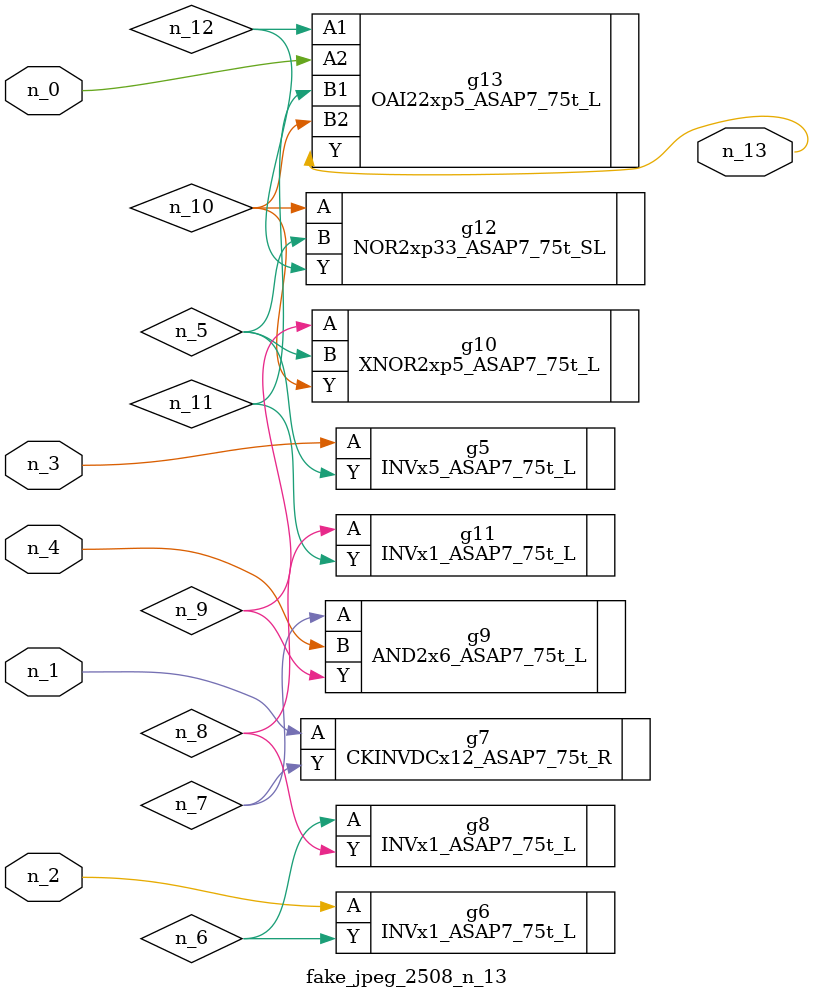
<source format=v>
module fake_jpeg_2508_n_13 (n_3, n_2, n_1, n_0, n_4, n_13);

input n_3;
input n_2;
input n_1;
input n_0;
input n_4;

output n_13;

wire n_11;
wire n_10;
wire n_12;
wire n_8;
wire n_9;
wire n_6;
wire n_5;
wire n_7;

INVx5_ASAP7_75t_L g5 ( 
.A(n_3),
.Y(n_5)
);

INVx1_ASAP7_75t_L g6 ( 
.A(n_2),
.Y(n_6)
);

CKINVDCx12_ASAP7_75t_R g7 ( 
.A(n_1),
.Y(n_7)
);

INVx1_ASAP7_75t_L g8 ( 
.A(n_6),
.Y(n_8)
);

INVx1_ASAP7_75t_L g11 ( 
.A(n_8),
.Y(n_11)
);

AND2x6_ASAP7_75t_L g9 ( 
.A(n_7),
.B(n_4),
.Y(n_9)
);

XNOR2xp5_ASAP7_75t_L g10 ( 
.A(n_9),
.B(n_5),
.Y(n_10)
);

NOR2xp33_ASAP7_75t_SL g12 ( 
.A(n_10),
.B(n_5),
.Y(n_12)
);

OAI22xp5_ASAP7_75t_L g13 ( 
.A1(n_12),
.A2(n_0),
.B1(n_11),
.B2(n_10),
.Y(n_13)
);


endmodule
</source>
